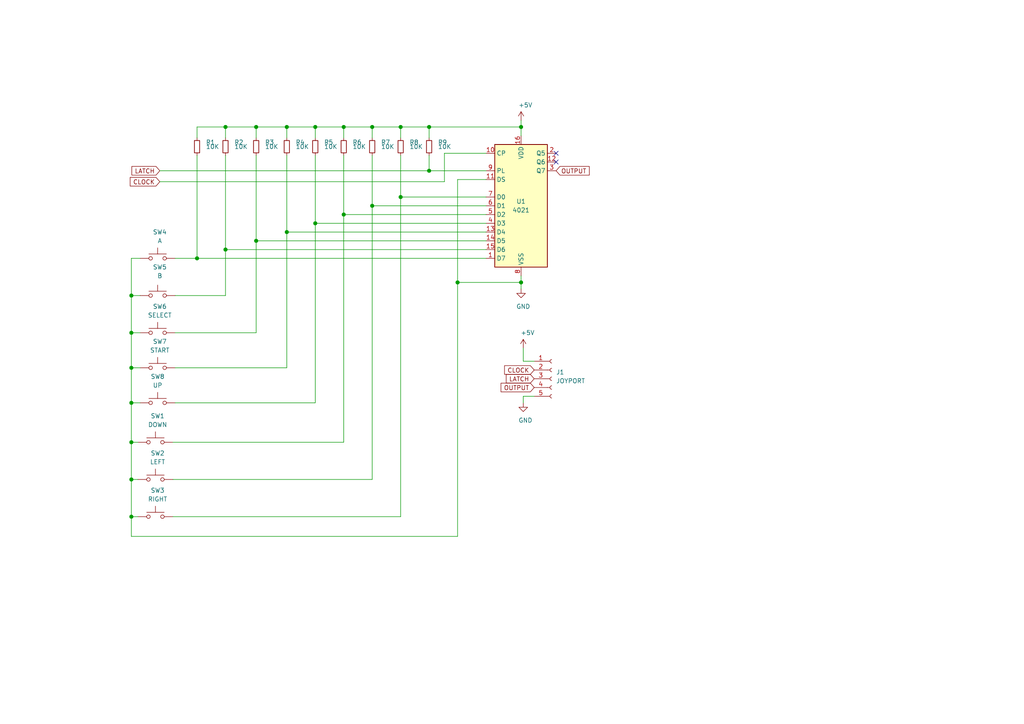
<source format=kicad_sch>
(kicad_sch (version 20201015) (generator eeschema)
  (paper "A4")
  (lib_symbols
    (symbol "4xxx:4021"
      (property "Reference" "U" (at -5.08 19.05 0))
      (property "Value" "4021" (at 3.81 19.05 0))
      (symbol "4021_0_1"
        (rectangle (start -7.62 17.78) (end 7.62 -17.78) (stroke (width 0.254)) (fill (type background)))
      )
      (symbol "4021_1_1"
        (pin input line (at -10.16 -15.24 0) (length 2.54) (name "D7") (number "1"))
        (pin input line (at -10.16 15.24 0) (length 2.54) (name "CP") (number "10"))
        (pin input line (at -10.16 7.62 0) (length 2.54) (name "DS") (number "11"))
        (pin output line (at 10.16 12.7 180) (length 2.54) (name "Q6") (number "12"))
        (pin input line (at -10.16 -7.62 0) (length 2.54) (name "D4") (number "13"))
        (pin input line (at -10.16 -10.16 0) (length 2.54) (name "D5") (number "14"))
        (pin input line (at -10.16 -12.7 0) (length 2.54) (name "D6") (number "15"))
        (pin power_in line (at 0 20.32 270) (length 2.54) (name "VDD") (number "16"))
        (pin output line (at 10.16 15.24 180) (length 2.54) (name "Q5") (number "2"))
        (pin output line (at 10.16 10.16 180) (length 2.54) (name "Q7") (number "3"))
        (pin input line (at -10.16 -5.08 0) (length 2.54) (name "D3") (number "4"))
        (pin input line (at -10.16 -2.54 0) (length 2.54) (name "D2") (number "5"))
        (pin input line (at -10.16 0 0) (length 2.54) (name "D1") (number "6"))
        (pin input line (at -10.16 2.54 0) (length 2.54) (name "D0") (number "7"))
        (pin power_in line (at 0 -20.32 90) (length 2.54) (name "VSS") (number "8"))
        (pin input line (at -10.16 10.16 0) (length 2.54) (name "PL") (number "9"))
      )
    )
    (symbol "Connector:Conn_01x05_Female" (pin_names (offset 1.016) hide)
      (property "Reference" "J" (at 0 7.62 0))
      (property "Value" "Conn_01x05_Female" (at 0 -7.62 0))
      (symbol "Conn_01x05_Female_1_1"
        (arc (start 0 -4.572) (end 0 -5.588) (radius (at 0 -5.08) (length 0.508) (angles 90.1 -90.1)) (stroke (width 0.1524)))
        (arc (start 0 -2.032) (end 0 -3.048) (radius (at 0 -2.54) (length 0.508) (angles 90.1 -90.1)) (stroke (width 0.1524)))
        (arc (start 0 0.508) (end 0 -0.508) (radius (at 0 0) (length 0.508) (angles 90.1 -90.1)) (stroke (width 0.1524)))
        (arc (start 0 3.048) (end 0 2.032) (radius (at 0 2.54) (length 0.508) (angles 90.1 -90.1)) (stroke (width 0.1524)))
        (arc (start 0 5.588) (end 0 4.572) (radius (at 0 5.08) (length 0.508) (angles 90.1 -90.1)) (stroke (width 0.1524)))
        (polyline (pts (xy -1.27 -5.08) (xy -0.508 -5.08)) (stroke (width 0.1524)))
        (polyline (pts (xy -1.27 -2.54) (xy -0.508 -2.54)) (stroke (width 0.1524)))
        (polyline (pts (xy -1.27 0) (xy -0.508 0)) (stroke (width 0.1524)))
        (polyline (pts (xy -1.27 2.54) (xy -0.508 2.54)) (stroke (width 0.1524)))
        (polyline (pts (xy -1.27 5.08) (xy -0.508 5.08)) (stroke (width 0.1524)))
        (pin passive line (at -5.08 5.08 0) (length 3.81) (name "Pin_1") (number "1"))
        (pin passive line (at -5.08 2.54 0) (length 3.81) (name "Pin_2") (number "2"))
        (pin passive line (at -5.08 0 0) (length 3.81) (name "Pin_3") (number "3"))
        (pin passive line (at -5.08 -2.54 0) (length 3.81) (name "Pin_4") (number "4"))
        (pin passive line (at -5.08 -5.08 0) (length 3.81) (name "Pin_5") (number "5"))
      )
    )
    (symbol "Device:R_Small" (pin_numbers hide) (pin_names (offset 0.254) hide)
      (property "Reference" "R" (at 0.762 0.508 0))
      (property "Value" "R_Small" (at 0.762 -1.016 0))
      (symbol "R_Small_0_1"
        (rectangle (start -0.762 1.778) (end 0.762 -1.778) (stroke (width 0.2032)))
      )
      (symbol "R_Small_1_1"
        (pin passive line (at 0 2.54 270) (length 0.762) (name "~") (number "1"))
        (pin passive line (at 0 -2.54 90) (length 0.762) (name "~") (number "2"))
      )
    )
    (symbol "Switch:SW_Push" (pin_numbers hide) (pin_names (offset 1.016) hide)
      (property "Reference" "SW" (at 1.27 2.54 0))
      (property "Value" "SW_Push" (at 0 -1.524 0))
      (symbol "SW_Push_0_1"
        (circle (center -2.032 0) (radius 0.508))
        (circle (center 2.032 0) (radius 0.508))
        (polyline (pts (xy 0 1.27) (xy 0 3.048)))
        (polyline (pts (xy 2.54 1.27) (xy -2.54 1.27)))
        (pin passive line (at -5.08 0 0) (length 2.54) (name "1") (number "1"))
        (pin passive line (at 5.08 0 180) (length 2.54) (name "2") (number "2"))
      )
    )
    (symbol "power:+5V" (power) (pin_names (offset 0))
      (property "Value" "+5V" (at 0 3.556 0))
      (symbol "+5V_0_1"
        (polyline (pts (xy -0.762 1.27) (xy 0 2.54)))
        (polyline (pts (xy 0 0) (xy 0 2.54)))
        (polyline (pts (xy 0 2.54) (xy 0.762 1.27)))
      )
      (symbol "+5V_1_1"
        (pin power_in line (at 0 0 90) (length 0) hide (name "+5V") (number "1"))
      )
    )
    (symbol "power:GND" (power) (pin_names (offset 0))
      (property "Value" "GND" (at 0 -3.81 0))
      (symbol "GND_0_1"
        (polyline (pts (xy 0 0) (xy 0 -1.27) (xy 1.27 -1.27) (xy 0 -2.54) (xy -1.27 -1.27) (xy 0 -1.27)))
      )
      (symbol "GND_1_1"
        (pin power_in line (at 0 0 270) (length 0) hide (name "GND") (number "1"))
      )
    )
  )
  (junction (at 38.1 85.725) (diameter 1.016))
  (junction (at 38.1 96.52) (diameter 1.016))
  (junction (at 38.1 106.68) (diameter 1.016))
  (junction (at 38.1 116.84) (diameter 1.016))
  (junction (at 38.1 128.27) (diameter 1.016))
  (junction (at 38.1 139.065) (diameter 1.016))
  (junction (at 38.1 149.86) (diameter 1.016))
  (junction (at 57.15 74.93) (diameter 1.016))
  (junction (at 65.405 36.83) (diameter 1.016))
  (junction (at 65.405 72.39) (diameter 1.016))
  (junction (at 74.295 36.83) (diameter 1.016))
  (junction (at 74.295 69.85) (diameter 1.016))
  (junction (at 83.185 36.83) (diameter 1.016))
  (junction (at 83.185 67.31) (diameter 1.016))
  (junction (at 91.44 36.83) (diameter 1.016))
  (junction (at 91.44 64.77) (diameter 1.016))
  (junction (at 99.695 36.83) (diameter 1.016))
  (junction (at 99.695 62.23) (diameter 1.016))
  (junction (at 107.95 36.83) (diameter 1.016))
  (junction (at 107.95 59.69) (diameter 1.016))
  (junction (at 116.205 36.83) (diameter 1.016))
  (junction (at 116.205 57.15) (diameter 1.016))
  (junction (at 124.46 36.83) (diameter 1.016))
  (junction (at 124.46 49.53) (diameter 1.016))
  (junction (at 132.715 81.915) (diameter 1.016))
  (junction (at 151.13 36.83) (diameter 1.016))
  (junction (at 151.13 81.915) (diameter 1.016))
  (no_connect (at 161.29 46.99))
  (no_connect (at 161.29 44.45))
  (wire (pts (xy 38.1 74.93) (xy 38.1 85.725)))
  (wire (pts (xy 38.1 85.725) (xy 40.64 85.725)))
  (wire (pts (xy 38.1 96.52) (xy 38.1 85.725)))
  (wire (pts (xy 38.1 106.68) (xy 38.1 96.52)))
  (wire (pts (xy 38.1 106.68) (xy 38.1 116.84)))
  (wire (pts (xy 38.1 116.84) (xy 38.1 128.27)))
  (wire (pts (xy 38.1 116.84) (xy 40.64 116.84)))
  (wire (pts (xy 38.1 128.27) (xy 40.005 128.27)))
  (wire (pts (xy 38.1 139.065) (xy 38.1 128.27)))
  (wire (pts (xy 38.1 149.86) (xy 38.1 139.065)))
  (wire (pts (xy 38.1 149.86) (xy 38.1 155.575)))
  (wire (pts (xy 38.1 155.575) (xy 132.715 155.575)))
  (wire (pts (xy 40.005 139.065) (xy 38.1 139.065)))
  (wire (pts (xy 40.005 149.86) (xy 38.1 149.86)))
  (wire (pts (xy 40.64 74.93) (xy 38.1 74.93)))
  (wire (pts (xy 40.64 96.52) (xy 38.1 96.52)))
  (wire (pts (xy 40.64 106.68) (xy 38.1 106.68)))
  (wire (pts (xy 46.355 49.53) (xy 124.46 49.53)))
  (wire (pts (xy 46.355 52.705) (xy 128.905 52.705)))
  (wire (pts (xy 50.165 128.27) (xy 99.695 128.27)))
  (wire (pts (xy 50.165 139.065) (xy 107.95 139.065)))
  (wire (pts (xy 50.165 149.86) (xy 116.205 149.86)))
  (wire (pts (xy 50.8 74.93) (xy 57.15 74.93)))
  (wire (pts (xy 50.8 85.725) (xy 65.405 85.725)))
  (wire (pts (xy 50.8 96.52) (xy 74.295 96.52)))
  (wire (pts (xy 50.8 106.68) (xy 83.185 106.68)))
  (wire (pts (xy 50.8 116.84) (xy 91.44 116.84)))
  (wire (pts (xy 57.15 36.83) (xy 65.405 36.83)))
  (wire (pts (xy 57.15 40.005) (xy 57.15 36.83)))
  (wire (pts (xy 57.15 74.93) (xy 57.15 45.085)))
  (wire (pts (xy 65.405 36.83) (xy 74.295 36.83)))
  (wire (pts (xy 65.405 40.005) (xy 65.405 36.83)))
  (wire (pts (xy 65.405 72.39) (xy 65.405 45.085)))
  (wire (pts (xy 65.405 72.39) (xy 65.405 85.725)))
  (wire (pts (xy 74.295 36.83) (xy 83.185 36.83)))
  (wire (pts (xy 74.295 40.005) (xy 74.295 36.83)))
  (wire (pts (xy 74.295 69.85) (xy 74.295 45.085)))
  (wire (pts (xy 74.295 69.85) (xy 74.295 96.52)))
  (wire (pts (xy 83.185 36.83) (xy 91.44 36.83)))
  (wire (pts (xy 83.185 40.005) (xy 83.185 36.83)))
  (wire (pts (xy 83.185 67.31) (xy 83.185 45.085)))
  (wire (pts (xy 83.185 67.31) (xy 83.185 106.68)))
  (wire (pts (xy 91.44 36.83) (xy 99.695 36.83)))
  (wire (pts (xy 91.44 40.005) (xy 91.44 36.83)))
  (wire (pts (xy 91.44 64.77) (xy 91.44 45.085)))
  (wire (pts (xy 91.44 64.77) (xy 91.44 116.84)))
  (wire (pts (xy 91.44 64.77) (xy 140.97 64.77)))
  (wire (pts (xy 99.695 36.83) (xy 107.95 36.83)))
  (wire (pts (xy 99.695 40.005) (xy 99.695 36.83)))
  (wire (pts (xy 99.695 62.23) (xy 99.695 45.085)))
  (wire (pts (xy 99.695 62.23) (xy 99.695 128.27)))
  (wire (pts (xy 107.95 36.83) (xy 116.205 36.83)))
  (wire (pts (xy 107.95 40.005) (xy 107.95 36.83)))
  (wire (pts (xy 107.95 45.085) (xy 107.95 59.69)))
  (wire (pts (xy 107.95 59.69) (xy 107.95 139.065)))
  (wire (pts (xy 107.95 59.69) (xy 140.97 59.69)))
  (wire (pts (xy 116.205 36.83) (xy 124.46 36.83)))
  (wire (pts (xy 116.205 40.005) (xy 116.205 36.83)))
  (wire (pts (xy 116.205 45.085) (xy 116.205 57.15)))
  (wire (pts (xy 116.205 57.15) (xy 116.205 149.86)))
  (wire (pts (xy 116.205 57.15) (xy 140.97 57.15)))
  (wire (pts (xy 124.46 36.83) (xy 124.46 40.005)))
  (wire (pts (xy 124.46 36.83) (xy 151.13 36.83)))
  (wire (pts (xy 124.46 45.085) (xy 124.46 49.53)))
  (wire (pts (xy 124.46 49.53) (xy 140.97 49.53)))
  (wire (pts (xy 128.905 44.45) (xy 128.905 52.705)))
  (wire (pts (xy 128.905 44.45) (xy 140.97 44.45)))
  (wire (pts (xy 132.715 52.07) (xy 132.715 81.915)))
  (wire (pts (xy 132.715 81.915) (xy 132.715 155.575)))
  (wire (pts (xy 132.715 81.915) (xy 151.13 81.915)))
  (wire (pts (xy 140.97 52.07) (xy 132.715 52.07)))
  (wire (pts (xy 140.97 62.23) (xy 99.695 62.23)))
  (wire (pts (xy 140.97 67.31) (xy 83.185 67.31)))
  (wire (pts (xy 140.97 69.85) (xy 74.295 69.85)))
  (wire (pts (xy 140.97 72.39) (xy 65.405 72.39)))
  (wire (pts (xy 140.97 74.93) (xy 57.15 74.93)))
  (wire (pts (xy 151.13 34.925) (xy 151.13 36.83)))
  (wire (pts (xy 151.13 36.83) (xy 151.13 39.37)))
  (wire (pts (xy 151.13 80.01) (xy 151.13 81.915)))
  (wire (pts (xy 151.13 81.915) (xy 151.13 83.82)))
  (wire (pts (xy 151.765 104.775) (xy 151.765 100.965)))
  (wire (pts (xy 151.765 114.935) (xy 151.765 116.84)))
  (wire (pts (xy 154.94 104.775) (xy 151.765 104.775)))
  (wire (pts (xy 154.94 114.935) (xy 151.765 114.935)))
  (global_label "LATCH" (shape input) (at 46.355 49.53 180) (property "Intersheet References" "${INTERSHEET_REFS}" (effects hide)))
  (global_label "CLOCK" (shape input) (at 46.355 52.705 180) (property "Intersheet References" "${INTERSHEET_REFS}" (effects hide)))
  (global_label "CLOCK" (shape input) (at 154.94 107.315 180) (property "Intersheet References" "${INTERSHEET_REFS}" (effects hide)))
  (global_label "LATCH" (shape input) (at 154.94 109.855 180) (property "Intersheet References" "${INTERSHEET_REFS}" (effects hide)))
  (global_label "OUTPUT" (shape input) (at 154.94 112.395 180) (property "Intersheet References" "${INTERSHEET_REFS}" (effects hide)))
  (global_label "OUTPUT" (shape input) (at 161.29 49.53 0) (property "Intersheet References" "${INTERSHEET_REFS}" (effects hide)))
  (symbol (lib_id "power:+5V") (at 151.13 34.925 0) (unit 1)
    (property "Reference" "#PWR03" (effects hide))
    (property "Value" "+5V" (at 152.4 30.48 0))
  )
  (symbol (lib_id "power:+5V") (at 151.765 100.965 0) (unit 1)
    (property "Reference" "#PWR01" (effects hide))
    (property "Value" "+5V" (at 153.035 96.52 0))
  )
  (symbol (lib_id "power:GND") (at 151.13 83.82 0) (unit 1)
    (property "Reference" "#PWR04" (effects hide))
    (property "Value" "GND" (at 151.765 88.9 0))
  )
  (symbol (lib_id "power:GND") (at 151.765 116.84 0) (unit 1)
    (property "Reference" "#PWR02" (effects hide))
    (property "Value" "GND" (at 152.4 121.92 0))
  )
  (symbol (lib_id "Device:R_Small") (at 57.15 42.545 0) (unit 1)
    (property "Reference" "R1" (at 59.69 41.275 0) (effects (justify left)))
    (property "Value" "10K" (at 59.69 42.545 0) (effects (justify left)))
    (property "Footprint" "Resistor_THT:R_Axial_DIN0207_L6.3mm_D2.5mm_P10.16mm_Horizontal" (effects hide))
  )
  (symbol (lib_id "Device:R_Small") (at 65.405 42.545 0) (unit 1)
    (property "Reference" "R2" (at 67.945 41.275 0) (effects (justify left)))
    (property "Value" "10K" (at 67.945 42.545 0) (effects (justify left)))
    (property "Footprint" "Resistor_THT:R_Axial_DIN0207_L6.3mm_D2.5mm_P10.16mm_Horizontal" (effects hide))
  )
  (symbol (lib_id "Device:R_Small") (at 74.295 42.545 0) (unit 1)
    (property "Reference" "R3" (at 76.835 41.275 0) (effects (justify left)))
    (property "Value" "10K" (at 76.835 42.545 0) (effects (justify left)))
    (property "Footprint" "Resistor_THT:R_Axial_DIN0207_L6.3mm_D2.5mm_P10.16mm_Horizontal" (effects hide))
  )
  (symbol (lib_id "Device:R_Small") (at 83.185 42.545 0) (unit 1)
    (property "Reference" "R4" (at 85.725 41.275 0) (effects (justify left)))
    (property "Value" "10K" (at 85.725 42.545 0) (effects (justify left)))
    (property "Footprint" "Resistor_THT:R_Axial_DIN0207_L6.3mm_D2.5mm_P10.16mm_Horizontal" (effects hide))
  )
  (symbol (lib_id "Device:R_Small") (at 91.44 42.545 0) (unit 1)
    (property "Reference" "R5" (at 93.98 41.275 0) (effects (justify left)))
    (property "Value" "10K" (at 93.98 42.545 0) (effects (justify left)))
    (property "Footprint" "Resistor_THT:R_Axial_DIN0207_L6.3mm_D2.5mm_P10.16mm_Horizontal" (effects hide))
  )
  (symbol (lib_id "Device:R_Small") (at 99.695 42.545 0) (unit 1)
    (property "Reference" "R6" (at 102.235 41.275 0) (effects (justify left)))
    (property "Value" "10K" (at 102.235 42.545 0) (effects (justify left)))
    (property "Footprint" "Resistor_THT:R_Axial_DIN0207_L6.3mm_D2.5mm_P10.16mm_Horizontal" (effects hide))
  )
  (symbol (lib_id "Device:R_Small") (at 107.95 42.545 0) (unit 1)
    (property "Reference" "R7" (at 110.49 41.275 0) (effects (justify left)))
    (property "Value" "10K" (at 110.49 42.545 0) (effects (justify left)))
    (property "Footprint" "Resistor_THT:R_Axial_DIN0207_L6.3mm_D2.5mm_P10.16mm_Horizontal" (effects hide))
  )
  (symbol (lib_id "Device:R_Small") (at 116.205 42.545 0) (unit 1)
    (property "Reference" "R8" (at 118.745 41.275 0) (effects (justify left)))
    (property "Value" "10K" (at 118.745 42.545 0) (effects (justify left)))
    (property "Footprint" "Resistor_THT:R_Axial_DIN0207_L6.3mm_D2.5mm_P10.16mm_Horizontal" (effects hide))
  )
  (symbol (lib_id "Device:R_Small") (at 124.46 42.545 0) (unit 1)
    (property "Reference" "R9" (at 127 41.275 0) (effects (justify left)))
    (property "Value" "10K" (at 127 42.545 0) (effects (justify left)))
    (property "Footprint" "Resistor_THT:R_Axial_DIN0207_L6.3mm_D2.5mm_P10.16mm_Horizontal" (effects hide))
  )
  (symbol (lib_id "Switch:SW_Push") (at 45.085 128.27 0) (unit 1)
    (property "Reference" "SW1" (at 45.72 120.65 0))
    (property "Value" "DOWN" (at 45.72 123.19 0))
    (property "Footprint" "Button_Switch_THT:SW_PUSH-12mm" (effects hide))
  )
  (symbol (lib_id "Switch:SW_Push") (at 45.085 139.065 0) (unit 1)
    (property "Reference" "SW2" (at 45.72 131.445 0))
    (property "Value" "LEFT" (at 45.72 133.985 0))
    (property "Footprint" "Button_Switch_THT:SW_PUSH-12mm" (effects hide))
  )
  (symbol (lib_id "Switch:SW_Push") (at 45.085 149.86 0) (unit 1)
    (property "Reference" "SW3" (at 45.72 142.24 0))
    (property "Value" "RIGHT" (at 45.72 144.78 0))
    (property "Footprint" "Button_Switch_THT:SW_PUSH-12mm" (effects hide))
  )
  (symbol (lib_id "Switch:SW_Push") (at 45.72 74.93 0) (unit 1)
    (property "Reference" "SW4" (at 46.355 67.31 0))
    (property "Value" "A" (at 46.355 69.85 0))
    (property "Footprint" "Button_Switch_THT:SW_PUSH-12mm" (effects hide))
  )
  (symbol (lib_id "Switch:SW_Push") (at 45.72 85.725 0) (unit 1)
    (property "Reference" "SW5" (at 46.355 77.47 0))
    (property "Value" "B" (at 46.355 80.01 0))
    (property "Footprint" "Button_Switch_THT:SW_PUSH-12mm" (effects hide))
  )
  (symbol (lib_id "Switch:SW_Push") (at 45.72 96.52 0) (unit 1)
    (property "Reference" "SW6" (at 46.355 88.9 0))
    (property "Value" "SELECT" (at 46.355 91.44 0))
    (property "Footprint" "Button_Switch_THT:SW_PUSH-12mm" (effects hide))
  )
  (symbol (lib_id "Switch:SW_Push") (at 45.72 106.68 0) (unit 1)
    (property "Reference" "SW7" (at 46.355 99.06 0))
    (property "Value" "START" (at 46.355 101.6 0))
    (property "Footprint" "Button_Switch_THT:SW_PUSH-12mm" (effects hide))
  )
  (symbol (lib_id "Switch:SW_Push") (at 45.72 116.84 0) (unit 1)
    (property "Reference" "SW8" (at 45.72 109.22 0))
    (property "Value" "UP" (at 45.72 111.76 0))
    (property "Footprint" "Button_Switch_THT:SW_PUSH-12mm" (effects hide))
  )
  (symbol (lib_id "Connector:Conn_01x05_Female") (at 160.02 109.855 0) (unit 1)
    (property "Reference" "J1" (at 161.29 107.95 0) (effects (justify left)))
    (property "Value" "JOYPORT" (at 161.29 110.49 0) (effects (justify left)))
    (property "Footprint" "Connector_PinSocket_2.54mm:PinSocket_1x05_P2.54mm_Vertical" (effects hide))
  )
  (symbol (lib_id "4xxx:4021") (at 151.13 59.69 0) (unit 1)
    (property "Reference" "U1" (at 151.13 58.42 0))
    (property "Value" "4021" (at 151.13 60.96 0))
    (property "Footprint" "Package_DIP:DIP-16_W7.62mm" (effects hide))
    (property "Datasheet" "https://assets.nexperia.com/documents/data-sheet/HEF4021B.pdf" (effects hide))
  )
)
</source>
